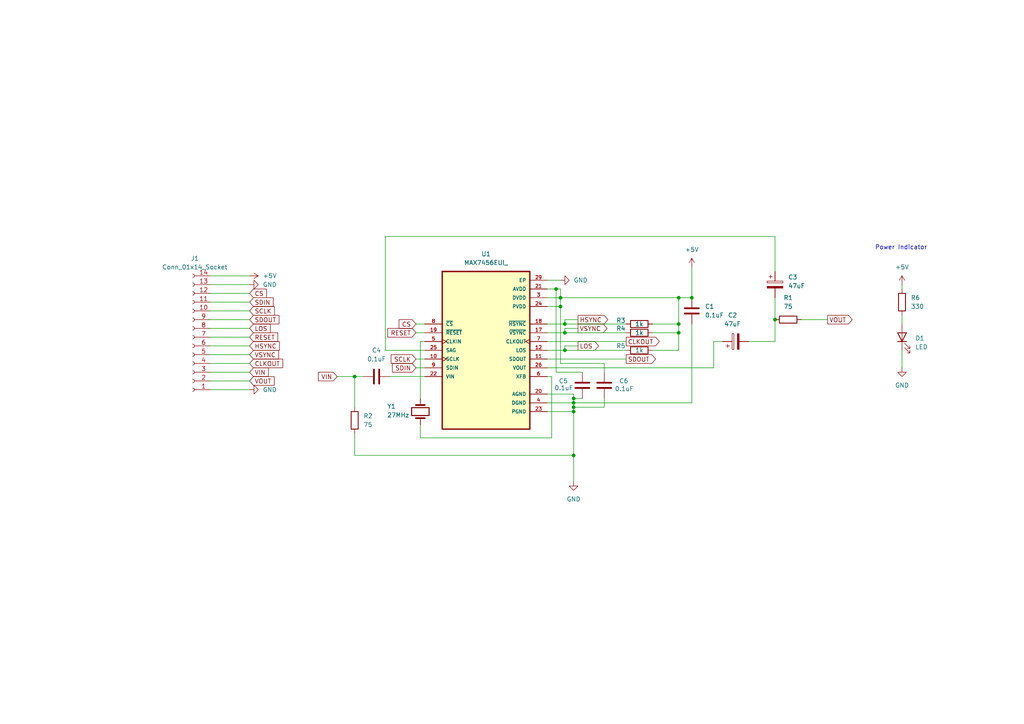
<source format=kicad_sch>
(kicad_sch (version 20231120) (generator "eeschema") (generator_version "8.0")
  (paper "A4")
  (lib_symbols
    (symbol "Connector:Conn_01x14_Socket" (pin_names (offset 1.016) hide)
      (property "Reference" "J" (at 0 17.78 0))
      (property "Value" "Conn_01x14_Socket" (at 0 -20.32 0))
      (symbol "Conn_01x14_Socket_1_1"
        (arc (start 0 -17.272) (mid -0.5058 -17.78) (end 0 -18.288) (stroke (width 0.1524)))
        (arc (start 0 -14.732) (mid -0.5058 -15.24) (end 0 -15.748) (stroke (width 0.1524)))
        (arc (start 0 -12.192) (mid -0.5058 -12.7) (end 0 -13.208) (stroke (width 0.1524)))
        (arc (start 0 -9.652) (mid -0.5058 -10.16) (end 0 -10.668) (stroke (width 0.1524)))
        (arc (start 0 -7.112) (mid -0.5058 -7.62) (end 0 -8.128) (stroke (width 0.1524)))
        (arc (start 0 -4.572) (mid -0.5058 -5.08) (end 0 -5.588) (stroke (width 0.1524)))
        (arc (start 0 -2.032) (mid -0.5058 -2.54) (end 0 -3.048) (stroke (width 0.1524)))
        (polyline (pts (xy -1.27 -17.78) (xy -0.508 -17.78)) (stroke (width 0.1524)))
        (polyline (pts (xy -1.27 -15.24) (xy -0.508 -15.24)) (stroke (width 0.1524)))
        (polyline (pts (xy -1.27 -12.7) (xy -0.508 -12.7)) (stroke (width 0.1524)))
        (polyline (pts (xy -1.27 -10.16) (xy -0.508 -10.16)) (stroke (width 0.1524)))
        (polyline (pts (xy -1.27 -7.62) (xy -0.508 -7.62)) (stroke (width 0.1524)))
        (polyline (pts (xy -1.27 -5.08) (xy -0.508 -5.08)) (stroke (width 0.1524)))
        (polyline (pts (xy -1.27 -2.54) (xy -0.508 -2.54)) (stroke (width 0.1524)))
        (polyline (pts (xy -1.27 0) (xy -0.508 0)) (stroke (width 0.1524)))
        (polyline (pts (xy -1.27 2.54) (xy -0.508 2.54)) (stroke (width 0.1524)))
        (polyline (pts (xy -1.27 5.08) (xy -0.508 5.08)) (stroke (width 0.1524)))
        (polyline (pts (xy -1.27 7.62) (xy -0.508 7.62)) (stroke (width 0.1524)))
        (polyline (pts (xy -1.27 10.16) (xy -0.508 10.16)) (stroke (width 0.1524)))
        (polyline (pts (xy -1.27 12.7) (xy -0.508 12.7)) (stroke (width 0.1524)))
        (polyline (pts (xy -1.27 15.24) (xy -0.508 15.24)) (stroke (width 0.1524)))
        (arc (start 0 0.508) (mid -0.5058 0) (end 0 -0.508) (stroke (width 0.1524)))
        (arc (start 0 3.048) (mid -0.5058 2.54) (end 0 2.032) (stroke (width 0.1524)))
        (arc (start 0 5.588) (mid -0.5058 5.08) (end 0 4.572) (stroke (width 0.1524)))
        (arc (start 0 8.128) (mid -0.5058 7.62) (end 0 7.112) (stroke (width 0.1524)))
        (arc (start 0 10.668) (mid -0.5058 10.16) (end 0 9.652) (stroke (width 0.1524)))
        (arc (start 0 13.208) (mid -0.5058 12.7) (end 0 12.192) (stroke (width 0.1524)))
        (arc (start 0 15.748) (mid -0.5058 15.24) (end 0 14.732) (stroke (width 0.1524)))
        (pin passive line (at -5.08 15.24 0) (length 3.81) (name "Pin_1") (number "1"))
        (pin passive line (at -5.08 -7.62 0) (length 3.81) (name "Pin_10") (number "10"))
        (pin passive line (at -5.08 -10.16 0) (length 3.81) (name "Pin_11") (number "11"))
        (pin passive line (at -5.08 -12.7 0) (length 3.81) (name "Pin_12") (number "12"))
        (pin passive line (at -5.08 -15.24 0) (length 3.81) (name "Pin_13") (number "13"))
        (pin passive line (at -5.08 -17.78 0) (length 3.81) (name "Pin_14") (number "14"))
        (pin passive line (at -5.08 12.7 0) (length 3.81) (name "Pin_2") (number "2"))
        (pin passive line (at -5.08 10.16 0) (length 3.81) (name "Pin_3") (number "3"))
        (pin passive line (at -5.08 7.62 0) (length 3.81) (name "Pin_4") (number "4"))
        (pin passive line (at -5.08 5.08 0) (length 3.81) (name "Pin_5") (number "5"))
        (pin passive line (at -5.08 2.54 0) (length 3.81) (name "Pin_6") (number "6"))
        (pin passive line (at -5.08 0 0) (length 3.81) (name "Pin_7") (number "7"))
        (pin passive line (at -5.08 -2.54 0) (length 3.81) (name "Pin_8") (number "8"))
        (pin passive line (at -5.08 -5.08 0) (length 3.81) (name "Pin_9") (number "9"))
      )
    )
    (symbol "Device:C" (pin_numbers hide) (pin_names (offset 0.254))
      (property "Reference" "C" (at 0.635 2.54 0))
      (property "Value" "C" (at 0.635 -2.54 0))
      (symbol "C_0_1"
        (polyline (pts (xy -2.032 -0.762) (xy 2.032 -0.762)) (stroke (width 0.508)))
        (polyline (pts (xy -2.032 0.762) (xy 2.032 0.762)) (stroke (width 0.508)))
      )
      (symbol "C_1_1"
        (pin passive line (at 0 3.81 270) (length 2.794) (name "~") (number "1"))
        (pin passive line (at 0 -3.81 90) (length 2.794) (name "~") (number "2"))
      )
    )
    (symbol "Device:C_Polarized" (pin_numbers hide) (pin_names (offset 0.254))
      (property "Reference" "C" (at 0.635 2.54 0))
      (property "Value" "C_Polarized" (at 0.635 -2.54 0))
      (symbol "C_Polarized_0_1"
        (rectangle (start -2.286 0.508) (end 2.286 1.016))
        (polyline (pts (xy -1.778 2.286) (xy -0.762 2.286)))
        (polyline (pts (xy -1.27 2.794) (xy -1.27 1.778)))
        (rectangle (start 2.286 -0.508) (end -2.286 -1.016) (fill (type outline)))
      )
      (symbol "C_Polarized_1_1"
        (pin passive line (at 0 3.81 270) (length 2.794) (name "~") (number "1"))
        (pin passive line (at 0 -3.81 90) (length 2.794) (name "~") (number "2"))
      )
    )
    (symbol "Device:Crystal" (pin_numbers hide) (pin_names (offset 1.016) hide)
      (property "Reference" "Y" (at 0 3.81 0))
      (property "Value" "Crystal" (at 0 -3.81 0))
      (symbol "Crystal_0_1"
        (rectangle (start -1.143 2.54) (end 1.143 -2.54) (stroke (width 0.3048)))
        (polyline (pts (xy -2.54 0) (xy -1.905 0)))
        (polyline (pts (xy -1.905 -1.27) (xy -1.905 1.27)) (stroke (width 0.508)))
        (polyline (pts (xy 1.905 -1.27) (xy 1.905 1.27)) (stroke (width 0.508)))
        (polyline (pts (xy 2.54 0) (xy 1.905 0)))
      )
      (symbol "Crystal_1_1"
        (pin passive line (at -3.81 0 0) (length 1.27) (name "1") (number "1"))
        (pin passive line (at 3.81 0 180) (length 1.27) (name "2") (number "2"))
      )
    )
    (symbol "Device:LED" (pin_numbers hide) (pin_names (offset 1.016) hide)
      (property "Reference" "D" (at 0 2.54 0))
      (property "Value" "LED" (at 0 -2.54 0))
      (symbol "LED_0_1"
        (polyline (pts (xy -1.27 -1.27) (xy -1.27 1.27)) (stroke (width 0.254)))
        (polyline (pts (xy -1.27 0) (xy 1.27 0)))
        (polyline (pts (xy 1.27 -1.27) (xy 1.27 1.27) (xy -1.27 0) (xy 1.27 -1.27)) (stroke (width 0.254)))
        (polyline (pts (xy -3.048 -0.762) (xy -4.572 -2.286) (xy -3.81 -2.286) (xy -4.572 -2.286) (xy -4.572 -1.524)))
        (polyline (pts (xy -1.778 -0.762) (xy -3.302 -2.286) (xy -2.54 -2.286) (xy -3.302 -2.286) (xy -3.302 -1.524)))
      )
      (symbol "LED_1_1"
        (pin passive line (at -3.81 0 0) (length 2.54) (name "K") (number "1"))
        (pin passive line (at 3.81 0 180) (length 2.54) (name "A") (number "2"))
      )
    )
    (symbol "Device:R" (pin_numbers hide) (pin_names (offset 0))
      (property "Reference" "R" (at 2.032 0 90))
      (property "Value" "R" (at 0 0 90))
      (symbol "R_0_1"
        (rectangle (start -1.016 -2.54) (end 1.016 2.54) (stroke (width 0.254)))
      )
      (symbol "R_1_1"
        (pin passive line (at 0 3.81 270) (length 1.27) (name "~") (number "1"))
        (pin passive line (at 0 -3.81 90) (length 1.27) (name "~") (number "2"))
      )
    )
    (symbol "MAX7456EUI_:MAX7456EUI_" (pin_names (offset 1.016))
      (property "Reference" "U" (at -12.7 23.86 0))
      (property "Value" "MAX7456EUI_" (at -12.7 -26.86 0))
      (symbol "MAX7456EUI__0_0"
        (rectangle (start -12.7 -22.86) (end 12.7 22.86) (stroke (width 0.41)) (fill (type background)))
        (pin input clock (at -17.78 -2.54 0) (length 5.08) (name "SCLK") (number "10"))
        (pin output line (at 17.78 -2.54 180) (length 5.08) (name "SDOUT") (number "11"))
        (pin output line (at 17.78 0 180) (length 5.08) (name "LOS") (number "12"))
        (pin output line (at 17.78 5.08 180) (length 5.08) (name "~{VSYNC}") (number "17"))
        (pin output line (at 17.78 7.62 180) (length 5.08) (name "~{HSYNC}") (number "18"))
        (pin input line (at -17.78 5.08 0) (length 5.08) (name "~{RESET}") (number "19"))
        (pin power_in line (at 17.78 -12.7 180) (length 5.08) (name "AGND") (number "20"))
        (pin power_in line (at 17.78 17.78 180) (length 5.08) (name "AVDD") (number "21"))
        (pin input line (at -17.78 -7.62 0) (length 5.08) (name "VIN") (number "22"))
        (pin power_in line (at 17.78 -17.78 180) (length 5.08) (name "PGND") (number "23"))
        (pin power_in line (at 17.78 12.7 180) (length 5.08) (name "PVDD") (number "24"))
        (pin input line (at -17.78 0 0) (length 5.08) (name "SAG") (number "25"))
        (pin output line (at 17.78 -5.08 180) (length 5.08) (name "VOUT") (number "26"))
        (pin power_in line (at 17.78 20.32 180) (length 5.08) (name "EP") (number "29"))
        (pin power_in line (at 17.78 15.24 180) (length 5.08) (name "DVDD") (number "3"))
        (pin power_in line (at 17.78 -15.24 180) (length 5.08) (name "DGND") (number "4"))
        (pin input clock (at -17.78 2.54 0) (length 5.08) (name "CLKIN") (number "5"))
        (pin output line (at 17.78 -7.62 180) (length 5.08) (name "XFB") (number "6"))
        (pin output clock (at 17.78 2.54 180) (length 5.08) (name "CLKOUT") (number "7"))
        (pin input line (at -17.78 7.62 0) (length 5.08) (name "~{CS}") (number "8"))
        (pin input line (at -17.78 -5.08 0) (length 5.08) (name "SDIN") (number "9"))
      )
    )
    (symbol "power:+5V" (power) (pin_numbers hide) (pin_names (offset 0) hide)
      (property "Value" "+5V" (at 0 3.556 0))
      (symbol "+5V_0_1"
        (polyline (pts (xy -0.762 1.27) (xy 0 2.54)))
        (polyline (pts (xy 0 0) (xy 0 2.54)))
        (polyline (pts (xy 0 2.54) (xy 0.762 1.27)))
      )
      (symbol "+5V_1_1"
        (pin power_in line (at 0 0 90) (length 0) (name "~") (number "1"))
      )
    )
    (symbol "power:GND" (power) (pin_numbers hide) (pin_names (offset 0) hide)
      (property "Value" "GND" (at 0 -3.81 0))
      (symbol "GND_0_1"
        (polyline (pts (xy 0 0) (xy 0 -1.27) (xy 1.27 -1.27) (xy 0 -2.54) (xy -1.27 -1.27) (xy 0 -1.27)))
      )
      (symbol "GND_1_1"
        (pin power_in line (at 0 0 270) (length 0) (name "~") (number "1"))
      )
    )
  )
  (junction (at 166.37 115.57))
  (junction (at 166.37 119.38))
  (junction (at 196.85 93.98))
  (junction (at 200.66 86.36))
  (junction (at 166.37 132.08))
  (junction (at 162.56 86.36))
  (junction (at 166.37 116.84))
  (junction (at 196.85 96.52))
  (junction (at 163.83 96.52))
  (junction (at 196.85 86.36))
  (junction (at 161.29 83.82))
  (junction (at 162.56 88.9))
  (junction (at 102.87 109.22))
  (junction (at 166.37 118.11))
  (junction (at 163.83 93.98))
  (junction (at 163.83 101.6))
  (junction (at 224.79 92.71))
  (wire (pts (xy 175.26 115.57) (xy 175.26 118.11)))
  (wire (pts (xy 158.75 114.3) (xy 166.37 114.3)))
  (wire (pts (xy 158.75 106.68) (xy 207.01 106.68)))
  (wire (pts (xy 102.87 109.22) (xy 105.41 109.22)))
  (wire (pts (xy 196.85 96.52) (xy 196.85 93.98)))
  (wire (pts (xy 60.96 95.25) (xy 72.39 95.25)))
  (wire (pts (xy 161.29 107.95) (xy 168.91 107.95)))
  (wire (pts (xy 175.26 105.41) (xy 175.26 107.95)))
  (wire (pts (xy 207.01 106.68) (xy 207.01 99.06)))
  (wire (pts (xy 158.75 81.28) (xy 162.56 81.28)))
  (wire (pts (xy 166.37 115.57) (xy 166.37 116.84)))
  (wire (pts (xy 60.96 80.01) (xy 72.39 80.01)))
  (wire (pts (xy 166.37 118.11) (xy 166.37 119.38)))
  (wire (pts (xy 207.01 99.06) (xy 209.55 99.06)))
  (wire (pts (xy 166.37 115.57) (xy 168.91 115.57)))
  (wire (pts (xy 158.75 104.14) (xy 181.61 104.14)))
  (wire (pts (xy 120.65 96.52) (xy 123.19 96.52)))
  (wire (pts (xy 158.75 93.98) (xy 163.83 93.98)))
  (wire (pts (xy 166.37 119.38) (xy 166.37 132.08)))
  (wire (pts (xy 162.56 105.41) (xy 175.26 105.41)))
  (wire (pts (xy 166.37 116.84) (xy 166.37 118.11)))
  (wire (pts (xy 158.75 101.6) (xy 163.83 101.6)))
  (wire (pts (xy 60.96 90.17) (xy 72.39 90.17)))
  (wire (pts (xy 166.37 116.84) (xy 200.66 116.84)))
  (wire (pts (xy 121.92 99.06) (xy 121.92 115.57)))
  (wire (pts (xy 163.83 92.71) (xy 163.83 93.98)))
  (wire (pts (xy 163.83 96.52) (xy 181.61 96.52)))
  (wire (pts (xy 60.96 100.33) (xy 72.39 100.33)))
  (wire (pts (xy 261.62 91.44) (xy 261.62 93.98)))
  (wire (pts (xy 200.66 116.84) (xy 200.66 93.98)))
  (wire (pts (xy 163.83 93.98) (xy 181.61 93.98)))
  (wire (pts (xy 102.87 125.73) (xy 102.87 132.08)))
  (wire (pts (xy 160.02 127) (xy 121.92 127)))
  (wire (pts (xy 160.02 109.22) (xy 160.02 127)))
  (wire (pts (xy 162.56 88.9) (xy 162.56 105.41)))
  (wire (pts (xy 224.79 99.06) (xy 224.79 92.71)))
  (wire (pts (xy 166.37 132.08) (xy 166.37 139.7)))
  (wire (pts (xy 261.62 101.6) (xy 261.62 106.68)))
  (wire (pts (xy 158.75 109.22) (xy 160.02 109.22)))
  (wire (pts (xy 158.75 86.36) (xy 162.56 86.36)))
  (wire (pts (xy 158.75 99.06) (xy 181.61 99.06)))
  (wire (pts (xy 196.85 101.6) (xy 196.85 96.52)))
  (wire (pts (xy 167.64 95.25) (xy 163.83 95.25)))
  (wire (pts (xy 120.65 106.68) (xy 123.19 106.68)))
  (wire (pts (xy 162.56 83.82) (xy 161.29 83.82)))
  (wire (pts (xy 123.19 101.6) (xy 111.76 101.6)))
  (wire (pts (xy 224.79 68.58) (xy 224.79 78.74)))
  (wire (pts (xy 166.37 114.3) (xy 166.37 115.57)))
  (wire (pts (xy 175.26 118.11) (xy 166.37 118.11)))
  (wire (pts (xy 167.64 92.71) (xy 163.83 92.71)))
  (wire (pts (xy 161.29 83.82) (xy 161.29 107.95)))
  (wire (pts (xy 196.85 86.36) (xy 200.66 86.36)))
  (wire (pts (xy 102.87 109.22) (xy 102.87 118.11)))
  (wire (pts (xy 158.75 116.84) (xy 166.37 116.84)))
  (wire (pts (xy 120.65 104.14) (xy 123.19 104.14)))
  (wire (pts (xy 158.75 83.82) (xy 161.29 83.82)))
  (wire (pts (xy 60.96 107.95) (xy 72.39 107.95)))
  (wire (pts (xy 111.76 101.6) (xy 111.76 68.58)))
  (wire (pts (xy 224.79 86.36) (xy 224.79 92.71)))
  (wire (pts (xy 60.96 82.55) (xy 72.39 82.55)))
  (wire (pts (xy 162.56 86.36) (xy 196.85 86.36)))
  (wire (pts (xy 158.75 88.9) (xy 162.56 88.9)))
  (wire (pts (xy 97.79 109.22) (xy 102.87 109.22)))
  (wire (pts (xy 163.83 101.6) (xy 181.61 101.6)))
  (wire (pts (xy 162.56 88.9) (xy 162.56 86.36)))
  (wire (pts (xy 102.87 132.08) (xy 166.37 132.08)))
  (wire (pts (xy 163.83 95.25) (xy 163.83 96.52)))
  (wire (pts (xy 232.41 92.71) (xy 240.03 92.71)))
  (wire (pts (xy 60.96 113.03) (xy 72.39 113.03)))
  (wire (pts (xy 196.85 93.98) (xy 196.85 86.36)))
  (wire (pts (xy 113.03 109.22) (xy 123.19 109.22)))
  (wire (pts (xy 200.66 86.36) (xy 200.66 77.47)))
  (wire (pts (xy 189.23 93.98) (xy 196.85 93.98)))
  (wire (pts (xy 189.23 96.52) (xy 196.85 96.52)))
  (wire (pts (xy 167.64 100.33) (xy 163.83 100.33)))
  (wire (pts (xy 261.62 82.55) (xy 261.62 83.82)))
  (wire (pts (xy 121.92 127) (xy 121.92 123.19)))
  (wire (pts (xy 189.23 101.6) (xy 196.85 101.6)))
  (wire (pts (xy 111.76 68.58) (xy 224.79 68.58)))
  (wire (pts (xy 60.96 92.71) (xy 72.39 92.71)))
  (wire (pts (xy 162.56 86.36) (xy 162.56 83.82)))
  (wire (pts (xy 123.19 99.06) (xy 121.92 99.06)))
  (wire (pts (xy 60.96 85.09) (xy 72.39 85.09)))
  (wire (pts (xy 60.96 105.41) (xy 72.39 105.41)))
  (wire (pts (xy 60.96 102.87) (xy 72.39 102.87)))
  (wire (pts (xy 217.17 99.06) (xy 224.79 99.06)))
  (wire (pts (xy 60.96 110.49) (xy 72.39 110.49)))
  (wire (pts (xy 158.75 119.38) (xy 166.37 119.38)))
  (wire (pts (xy 60.96 97.79) (xy 72.39 97.79)))
  (wire (pts (xy 60.96 87.63) (xy 72.39 87.63)))
  (wire (pts (xy 120.65 93.98) (xy 123.19 93.98)))
  (wire (pts (xy 158.75 96.52) (xy 163.83 96.52)))
  (wire (pts (xy 163.83 100.33) (xy 163.83 101.6)))
  (text "Power Indicator" (at 261.366 71.882 0) (effects (font (size 1.27 1.27))))
  (global_label "CS" (shape input) (at 120.65 93.98 180) (property "Intersheetrefs" "${INTERSHEET_REFS}" (effects (hide yes))))
  (global_label "CS" (shape input) (at 72.39 85.09 0) (property "Intersheetrefs" "${INTERSHEET_REFS}" (effects (hide yes))))
  (global_label "LOS" (shape output) (at 167.64 100.33 0) (property "Intersheetrefs" "${INTERSHEET_REFS}" (effects (hide yes))))
  (global_label "VIN" (shape input) (at 72.39 107.95 0) (property "Intersheetrefs" "${INTERSHEET_REFS}" (effects (hide yes))))
  (global_label "SDOUT" (shape input) (at 72.39 92.71 0) (property "Intersheetrefs" "${INTERSHEET_REFS}" (effects (hide yes))))
  (global_label "SDOUT" (shape output) (at 181.61 104.14 0) (property "Intersheetrefs" "${INTERSHEET_REFS}" (effects (hide yes))))
  (global_label "VSYNC" (shape input) (at 72.39 102.87 0) (property "Intersheetrefs" "${INTERSHEET_REFS}" (effects (hide yes))))
  (global_label "VIN" (shape input) (at 97.79 109.22 180) (property "Intersheetrefs" "${INTERSHEET_REFS}" (effects (hide yes))))
  (global_label "CLKOUT" (shape input) (at 72.39 105.41 0) (property "Intersheetrefs" "${INTERSHEET_REFS}" (effects (hide yes))))
  (global_label "HSYNC" (shape output) (at 167.64 92.71 0) (property "Intersheetrefs" "${INTERSHEET_REFS}" (effects (hide yes))))
  (global_label "SCLK" (shape input) (at 120.65 104.14 180) (property "Intersheetrefs" "${INTERSHEET_REFS}" (effects (hide yes))))
  (global_label "RESET" (shape input) (at 72.39 97.79 0) (property "Intersheetrefs" "${INTERSHEET_REFS}" (effects (hide yes))))
  (global_label "HSYNC" (shape input) (at 72.39 100.33 0) (property "Intersheetrefs" "${INTERSHEET_REFS}" (effects (hide yes))))
  (global_label "SCLK" (shape input) (at 72.39 90.17 0) (property "Intersheetrefs" "${INTERSHEET_REFS}" (effects (hide yes))))
  (global_label "SDIN" (shape input) (at 120.65 106.68 180) (property "Intersheetrefs" "${INTERSHEET_REFS}" (effects (hide yes))))
  (global_label "LOS" (shape input) (at 72.39 95.25 0) (property "Intersheetrefs" "${INTERSHEET_REFS}" (effects (hide yes))))
  (global_label "VSYNC" (shape output) (at 167.64 95.25 0) (property "Intersheetrefs" "${INTERSHEET_REFS}" (effects (hide yes))))
  (global_label "SDIN" (shape input) (at 72.39 87.63 0) (property "Intersheetrefs" "${INTERSHEET_REFS}" (effects (hide yes))))
  (global_label "CLKOUT" (shape output) (at 181.61 99.06 0) (property "Intersheetrefs" "${INTERSHEET_REFS}" (effects (hide yes))))
  (global_label "VOUT" (shape input) (at 72.39 110.49 0) (property "Intersheetrefs" "${INTERSHEET_REFS}" (effects (hide yes))))
  (global_label "VOUT" (shape output) (at 240.03 92.71 0) (property "Intersheetrefs" "${INTERSHEET_REFS}" (effects (hide yes))))
  (global_label "RESET" (shape input) (at 120.65 96.52 180) (property "Intersheetrefs" "${INTERSHEET_REFS}" (effects (hide yes))))
  (symbol (lib_id "power:GND") (at 261.62 106.68 0) (unit 1)
    (property "Reference" "#PWR05" (effects (hide yes)))
    (property "Value" "GND" (at 261.62 111.76 0))
    (property "Description" "Power symbol creates a global label with name \"GND\" , ground" (effects (hide yes)))
  )
  (symbol (lib_id "power:GND") (at 72.39 113.03 90) (unit 1)
    (property "Reference" "#PWR08" (effects (hide yes)))
    (property "Value" "GND" (at 76.2 113.0299 90) (effects (justify right)))
    (property "Description" "Power symbol creates a global label with name \"GND\" , ground" (effects (hide yes)))
  )
  (symbol (lib_id "power:GND") (at 72.39 82.55 90) (unit 1)
    (property "Reference" "#PWR07" (effects (hide yes)))
    (property "Value" "GND" (at 76.2 82.5499 90) (effects (justify right)))
    (property "Description" "Power symbol creates a global label with name \"GND\" , ground" (effects (hide yes)))
  )
  (symbol (lib_id "power:GND") (at 162.56 81.28 90) (unit 1)
    (property "Reference" "#PWR03" (effects (hide yes)))
    (property "Value" "GND" (at 166.37 81.2799 90) (effects (justify right)))
    (property "Description" "Power symbol creates a global label with name \"GND\" , ground" (effects (hide yes)))
  )
  (symbol (lib_id "Device:R") (at 185.42 101.6 90) (unit 1)
    (property "Reference" "R5" (at 180.086 100.33 90))
    (property "Value" "1k" (at 185.42 101.6 90))
    (property "Footprint" "Resistor_SMD:R_0402_1005Metric_Pad0.72x0.64mm_HandSolder" (effects (hide yes)))
    (property "Description" "Resistor" (effects (hide yes)))
  )
  (symbol (lib_id "Device:C") (at 200.66 90.17 0) (unit 1)
    (property "Reference" "C1" (at 204.47 88.8999 0) (effects (justify left)))
    (property "Value" "0.1uF" (at 204.47 91.4399 0) (effects (justify left)))
    (property "Footprint" "Capacitor_SMD:C_0402_1005Metric_Pad0.74x0.62mm_HandSolder" (effects (hide yes)))
    (property "Description" "Unpolarized capacitor" (effects (hide yes)))
  )
  (symbol (lib_id "Device:C_Polarized") (at 213.36 99.06 90) (unit 1)
    (property "Reference" "C2" (at 212.471 91.44 90))
    (property "Value" "47uF" (at 212.471 93.98 90))
    (property "Footprint" "293D476X9010B2TE3:CAP_293D_B_VIS" (effects (hide yes)))
    (property "Description" "Polarized capacitor" (effects (hide yes)))
    (property "PN" "293D476X9010B2TE3" (effects (hide yes)))
  )
  (symbol (lib_id "MAX7456EUI_:MAX7456EUI_") (at 140.97 101.6 0) (unit 1)
    (property "Reference" "U1" (at 140.97 73.66 0))
    (property "Value" "MAX7456EUI_" (at 140.97 76.2 0))
    (property "Footprint" "MAX7456EUI_:SOP65P637X110-28N" (effects (hide yes)))
    (property "MF" "Analog Devices" (effects (hide yes)))
    (property "Description_1" "\nVideo - IC Serial, SPI NTSC, PAL 28-TSSOP-EP Package\n" (effects (hide yes)))
    (property "Package" "TSSOP-28 Maxim" (effects (hide yes)))
    (property "Price" "None" (effects (hide yes)))
    (property "SnapEDA_Link" "https://www.snapeda.com/parts/MAX7456EUI/Analog+Devices/view-part/?ref=snap" (effects (hide yes)))
    (property "MP" "MAX7456EUI" (effects (hide yes)))
    (property "Availability" "Not in stock" (effects (hide yes)))
    (property "Check_prices" "https://www.snapeda.com/parts/MAX7456EUI/Analog+Devices/view-part/?ref=eda" (effects (hide yes)))
  )
  (symbol (lib_id "power:GND") (at 166.37 139.7 0) (unit 1)
    (property "Reference" "#PWR02" (effects (hide yes)))
    (property "Value" "GND" (at 166.37 144.78 0))
    (property "Description" "Power symbol creates a global label with name \"GND\" , ground" (effects (hide yes)))
  )
  (symbol (lib_id "power:+5V") (at 261.62 82.55 0) (unit 1)
    (property "Reference" "#PWR04" (effects (hide yes)))
    (property "Value" "+5V" (at 261.62 77.47 0))
    (property "Description" "Power symbol creates a global label with name \"+5V\"" (effects (hide yes)))
  )
  (symbol (lib_id "power:+5V") (at 72.39 80.01 270) (unit 1)
    (property "Reference" "#PWR06" (effects (hide yes)))
    (property "Value" "+5V" (at 76.2 80.0099 90) (effects (justify left)))
    (property "Description" "Power symbol creates a global label with name \"+5V\"" (effects (hide yes)))
  )
  (symbol (lib_id "Connector:Conn_01x14_Socket") (at 55.88 97.79 180) (unit 1)
    (property "Reference" "J1" (at 56.515 74.93 0))
    (property "Value" "Conn_01x14_Socket" (at 56.515 77.47 0))
    (property "Footprint" "Connector_PinSocket_2.54mm:PinSocket_1x14_P2.54mm_Vertical" (effects (hide yes)))
    (property "Description" "Generic connector, single row, 01x14, script generated" (effects (hide yes)))
  )
  (symbol (lib_id "Device:C") (at 109.22 109.22 90) (unit 1)
    (property "Reference" "C4" (at 109.22 101.6 90))
    (property "Value" "0.1uF" (at 109.22 104.14 90))
    (property "Footprint" "Capacitor_SMD:C_0402_1005Metric_Pad0.74x0.62mm_HandSolder" (effects (hide yes)))
    (property "Description" "Unpolarized capacitor" (effects (hide yes)))
  )
  (symbol (lib_id "power:+5V") (at 200.66 77.47 0) (unit 1)
    (property "Reference" "#PWR01" (effects (hide yes)))
    (property "Value" "+5V" (at 200.66 72.39 0))
    (property "Description" "Power symbol creates a global label with name \"+5V\"" (effects (hide yes)))
  )
  (symbol (lib_id "Device:C_Polarized") (at 224.79 82.55 0) (unit 1)
    (property "Reference" "C3" (at 228.6 80.3909 0) (effects (justify left)))
    (property "Value" "47uF" (at 228.6 82.9309 0) (effects (justify left)))
    (property "Footprint" "293D476X9010B2TE3:CAP_293D_B_VIS" (effects (hide yes)))
    (property "Description" "Polarized capacitor" (effects (hide yes)))
    (property "PN" "293D476X9010B2TE3" (effects (hide yes)))
  )
  (symbol (lib_id "Device:Crystal") (at 121.92 119.38 270) (unit 1)
    (property "Reference" "Y1" (at 112.268 117.856 90) (effects (justify left)))
    (property "Value" "27MHz" (at 112.268 120.396 90) (effects (justify left)))
    (property "Footprint" "ASV_27_000MHZ_EJ_T:XTAL_ASV-27.000MHZ-EJ-T" (effects (hide yes)))
    (property "Description" "Two pin crystal" (effects (hide yes)))
    (property "PN" "ASV-27.000MHZ-EJ-T" (effects (hide yes)))
  )
  (symbol (lib_id "Device:LED") (at 261.62 97.79 90) (unit 1)
    (property "Reference" "D1" (at 265.43 98.1074 90) (effects (justify right)))
    (property "Value" "LED" (at 265.43 100.6474 90) (effects (justify right)))
    (property "Footprint" "LED_SMD:LED_0805_2012Metric" (effects (hide yes)))
    (property "Description" "Light emitting diode" (effects (hide yes)))
  )
  (symbol (lib_id "Device:R") (at 185.42 93.98 90) (unit 1)
    (property "Reference" "R3" (at 180.086 92.964 90))
    (property "Value" "1k" (at 185.42 93.98 90))
    (property "Footprint" "Resistor_SMD:R_0402_1005Metric_Pad0.72x0.64mm_HandSolder" (effects (hide yes)))
    (property "Description" "Resistor" (effects (hide yes)))
  )
  (symbol (lib_id "Device:R") (at 185.42 96.52 90) (unit 1)
    (property "Reference" "R4" (at 180.086 95.25 90))
    (property "Value" "1k" (at 185.42 96.52 90))
    (property "Footprint" "Resistor_SMD:R_0402_1005Metric_Pad0.72x0.64mm_HandSolder" (effects (hide yes)))
    (property "Description" "Resistor" (effects (hide yes)))
  )
  (symbol (lib_id "Device:C") (at 168.91 111.76 0) (unit 1)
    (property "Reference" "C5" (at 162.052 110.49 0) (effects (justify left)))
    (property "Value" "0.1uF" (at 160.782 112.522 0) (effects (justify left)))
    (property "Footprint" "Capacitor_SMD:C_0402_1005Metric_Pad0.74x0.62mm_HandSolder" (effects (hide yes)))
    (property "Description" "Unpolarized capacitor" (effects (hide yes)))
  )
  (symbol (lib_id "Device:R") (at 102.87 121.92 180) (unit 1)
    (property "Reference" "R2" (at 105.41 120.6499 0) (effects (justify right)))
    (property "Value" "75" (at 105.41 123.1899 0) (effects (justify right)))
    (property "Footprint" "Resistor_SMD:R_0402_1005Metric_Pad0.72x0.64mm_HandSolder" (effects (hide yes)))
    (property "Description" "Resistor" (effects (hide yes)))
  )
  (symbol (lib_id "Device:R") (at 261.62 87.63 0) (unit 1)
    (property "Reference" "R6" (at 264.16 86.3599 0) (effects (justify left)))
    (property "Value" "330" (at 264.16 88.8999 0) (effects (justify left)))
    (property "Footprint" "Resistor_SMD:R_0402_1005Metric_Pad0.72x0.64mm_HandSolder" (effects (hide yes)))
    (property "Description" "Resistor" (effects (hide yes)))
  )
  (symbol (lib_id "Device:C") (at 175.26 111.76 0) (unit 1)
    (property "Reference" "C6" (at 179.578 110.49 0) (effects (justify left)))
    (property "Value" "0.1uF" (at 178.308 112.776 0) (effects (justify left)))
    (property "Footprint" "Capacitor_SMD:C_0402_1005Metric_Pad0.74x0.62mm_HandSolder" (effects (hide yes)))
    (property "Description" "Unpolarized capacitor" (effects (hide yes)))
  )
  (symbol (lib_id "Device:R") (at 228.6 92.71 90) (unit 1)
    (property "Reference" "R1" (at 228.6 86.36 90))
    (property "Value" "75" (at 228.6 88.9 90))
    (property "Footprint" "Resistor_SMD:R_0402_1005Metric_Pad0.72x0.64mm_HandSolder" (effects (hide yes)))
    (property "Description" "Resistor" (effects (hide yes)))
  )
)
</source>
